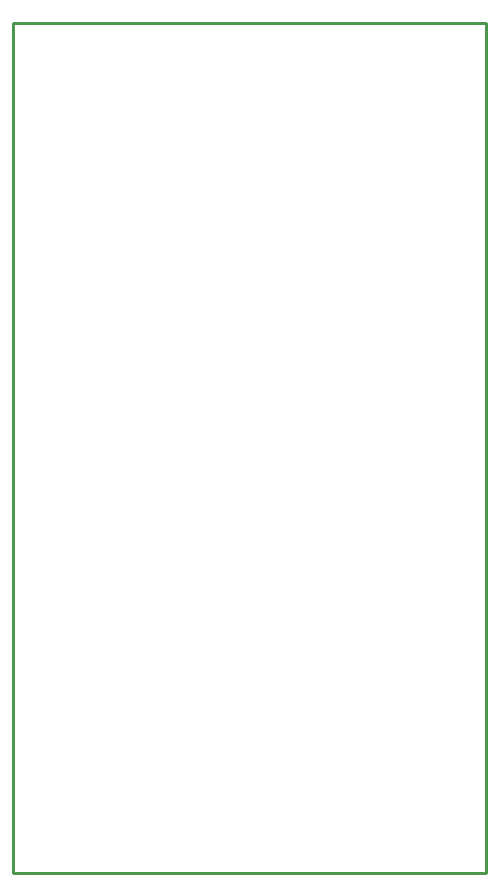
<source format=gbr>
G04 This is an RS-274x file exported by *
G04 gerbv version 2.3.0 *
G04 More information is available about gerbv at *
G04 http://gerbv.sourceforge.net/ *
G04 --End of header info--*
%MOIN*%
%FSLAX23Y23*%
%IPPOS*%
G04 --Define apertures--*
%ADD10C,0.0100*%
%ADD11R,0.0080X0.0080*%
%ADD12C,0.0060*%
G04 --Start main section--*
G54D10*
G01X00000Y02835D02*
G01X01575Y02835D01*
G01X00000Y02835D02*
G01X00000Y00000D01*
G01X01575Y02835D02*
G01X01575Y00000D01*
G01X00000Y00000D02*
G01X01575Y00000D01*
M02*

</source>
